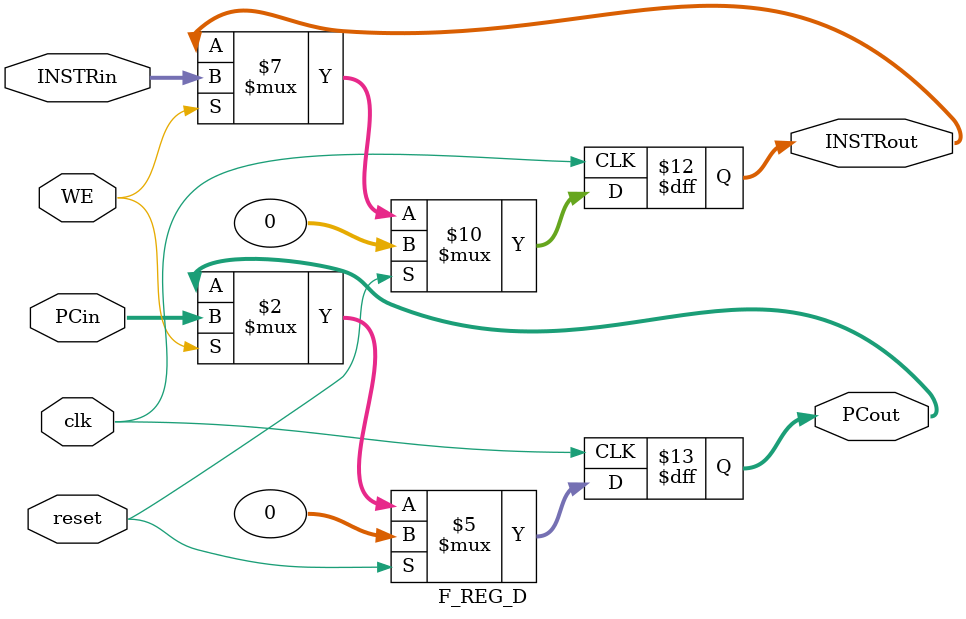
<source format=v>
module F_REG_D (
    input clk,
    input reset,
    input WE,
    input [31: 0] INSTRin,
    input [31: 0] PCin,
    output reg[31: 0] INSTRout,
    output reg[31: 0] PCout
);

    always @(posedge clk) begin
        if (reset) begin
            INSTRout <= 0;
            PCout <= 0;
        end else if (WE) begin
            INSTRout <= INSTRin;
            PCout <= PCin;    
        end
    end
    
endmodule
</source>
